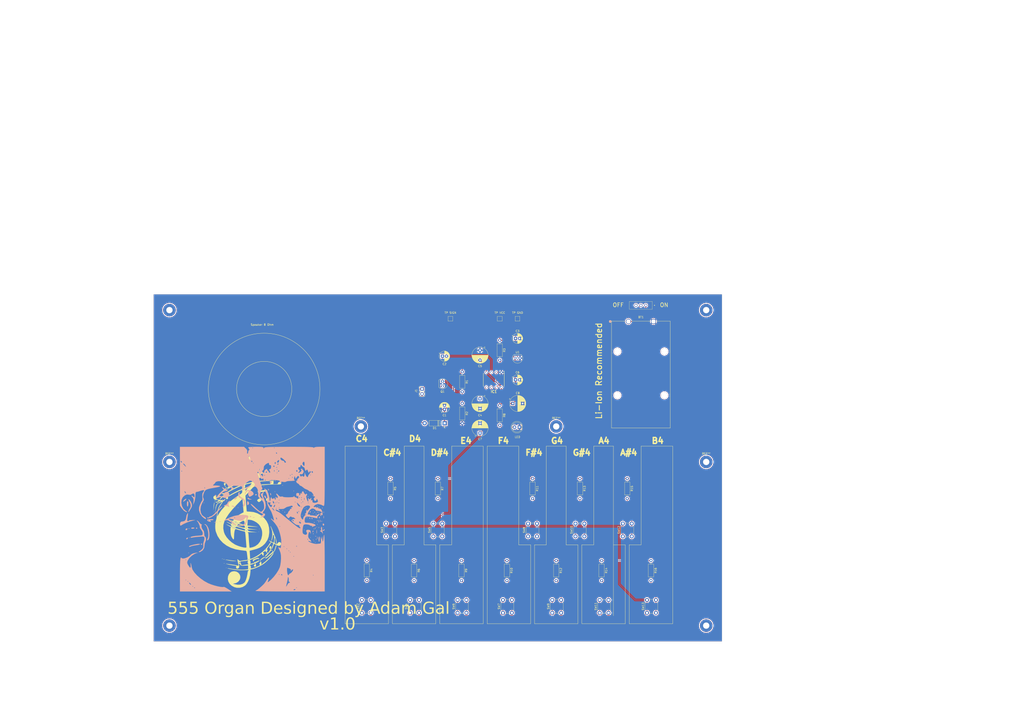
<source format=kicad_pcb>
(kicad_pcb (version 20221018) (generator pcbnew)
  (title_block (title "555 Organ") (date "2023-06-24") (rev "v1.0") (company "Adam Gal"))
  (layers (0 "F.Cu" signal) (31 "B.Cu" signal) (36 "B.SilkS" user "B.Silkscreen") (37 "F.SilkS" user "F.Silkscreen") (38 "B.Mask" user) (39 "F.Mask" user) (44 "Edge.Cuts" user))
  (net 0 "")
  (net 1 "GND")
  (net 2 "/VCC_5V")
  (net 3 "Net-(Q1-B)")
  (net 4 "/Timer_Sign_Out")
  (net 5 "Net-(IC1-CONT)")
  (net 6 "Net-(D1-A)")
  (net 7 "Net-(D2-A)")
  (net 8 "Net-(IC1-DISCH)")
  (net 9 "Net-(R4-Pad2)")
  (net 10 "Net-(R5-Pad2)")
  (net 11 "Net-(R6-Pad2)")
  (net 12 "Net-(R7-Pad2)")
  (net 13 "Net-(R9-Pad2)")
  (net 14 "Net-(R10-Pad2)")
  (net 15 "Net-(R11-Pad2)")
  (net 16 "Net-(R12-Pad2)")
  (net 17 "Net-(R13-Pad2)")
  (net 18 "Net-(R14-Pad2)")
  (net 19 "Net-(R15-Pad2)")
  (net 20 "Net-(R16-Pad2)")
  (net 22 "Net-(IC1-THRES)")
  (net 23 "/V_Batt")
  (net 24 "Net-(U1-VI)")
  (footprint "Resistor_THT:R_Axial_DIN0207_L6.3mm_D2.5mm_P10.16mm_Horizontal" (layer "F.Cu") (at 348 257.42 -90)
    (fp_text reference "R13" (at 5.08 -2.37 90) (layer "F.SilkS"))
    (fp_text value "16.5K")
    (pad "1" thru_hole circle (at 0 0 270) (size 1.6 1.6) (drill 0.8) (layers "*.Cu" "*.Mask") (net 8 "Net-(IC1-DISCH)"))
    (pad "2" thru_hole oval (at 10.16 0 270) (size 1.6 1.6) (drill 0.8) (layers "*.Cu" "*.Mask") (net 17 "Net-(R13-Pad2)"))
  )
  (footprint "MountingHole:MountingHole_3.2mm_M3_Pad" (layer "F.Cu") (at 336 231)
    (fp_text reference "REF**" (at 0 -4.2) (layer "F.SilkS"))
    (fp_text value "MountingHole_3.2mm_M3_Pad")
    (pad "1" thru_hole circle (at 0 0) (size 6.4 6.4) (drill 3.2) (layers "*.Cu" "*.Mask"))
  )
  (footprint "Resistor_THT:R_Axial_DIN0207_L6.3mm_D2.5mm_P10.16mm_Horizontal" (layer "F.Cu") (at 288.3792 203.2741 -90)
    (fp_text reference "R1" (at 5.08 -2.37 90) (layer "F.SilkS"))
    (fp_text value "10K" hide)
    (pad "1" thru_hole circle (at 0 0 270) (size 1.6 1.6) (drill 0.8) (layers "*.Cu" "*.Mask") (net 2 "/VCC_5V"))
    (pad "2" thru_hole oval (at 10.16 0 270) (size 1.6 1.6) (drill 0.8) (layers "*.Cu" "*.Mask") (net 3 "Net-(Q1-B)"))
  )
  (footprint "MountingHole:MountingHole_3.2mm_M3_Pad" (layer "F.Cu") (at 412 332)
    (fp_text reference "REF**" hide)
    (fp_text value "MountingHole_3.2mm_M3_Pad" hide)
    (pad "1" thru_hole circle (at 0 0) (size 6.4 6.4) (drill 3.2) (layers "*.Cu" "*.Mask"))
  )
  (footprint "Resistor_THT:R_Axial_DIN0207_L6.3mm_D2.5mm_P10.16mm_Horizontal" (layer "F.Cu") (at 307.3792 220.2741 -90)
    (fp_text reference "R8" (at 5.08 -2.37 90) (layer "F.SilkS"))
    (fp_text value "330" hide)
    (pad "1" thru_hole circle (at 0 0 270) (size 1.6 1.6) (drill 0.8) (layers "*.Cu" "*.Mask") (net 2 "/VCC_5V"))
    (pad "2" thru_hole oval (at 10.16 0 270) (size 1.6 1.6) (drill 0.8) (layers "*.Cu" "*.Mask") (net 7 "Net-(D2-A)"))
  )
  (footprint "MountingHole:MountingHole_3.2mm_M3_Pad" (layer "F.Cu") (at 237 231)
    (fp_text reference "REF**" (at 0 -4.2) (layer "F.SilkS"))
    (fp_text value "MountingHole_3.2mm_M3_Pad")
    (pad "1" thru_hole circle (at 0 0) (size 6.4 6.4) (drill 3.2) (layers "*.Cu" "*.Mask"))
  )
  (footprint "Button_Switch_THT:SW_PUSH_6mm" (layer "F.Cu") (at 273.75 286.75 90)
    (fp_text reference "SW5" (at 3.25 -2 90) (layer "F.SilkS"))
    (fp_text value "SW_Push")
    (pad "1" thru_hole circle (at 0 0 180) (size 2 2) (drill 1.1) (layers "*.Cu" "*.Mask") (net 22 "Net-(IC1-THRES)"))
    (pad "1" thru_hole circle (at 6.5 0 180) (size 2 2) (drill 1.1) (layers "*.Cu" "*.Mask") (net 22 "Net-(IC1-THRES)"))
    (pad "2" thru_hole circle (at 0 4.5 180) (size 2 2) (drill 1.1) (layers "*.Cu" "*.Mask") (net 12 "Net-(R7-Pad2)"))
    (pad "2" thru_hole circle (at 6.5 4.5 180) (size 2 2) (drill 1.1) (layers "*.Cu" "*.Mask") (net 12 "Net-(R7-Pad2)"))
  )
  (footprint "Resistor_THT:R_Axial_DIN0207_L6.3mm_D2.5mm_P10.16mm_Horizontal" (layer "F.Cu") (at 311 299 -90)
    (fp_text reference "R10" (at 5.08 -2.37 90) (layer "F.SilkS"))
    (fp_text value "20K")
    (pad "1" thru_hole circle (at 0 0 270) (size 1.6 1.6) (drill 0.8) (layers "*.Cu" "*.Mask") (net 8 "Net-(IC1-DISCH)"))
    (pad "2" thru_hole oval (at 10.16 0 270) (size 1.6 1.6) (drill 0.8) (layers "*.Cu" "*.Mask") (net 14 "Net-(R10-Pad2)"))
  )
  (footprint "Capacitor_THT:CP_Radial_D8.0mm_P5.00mm" (layer "F.Cu") (at 297.3792 234.3541 90)
    (fp_text reference "C7" (at -3 0 180) (layer "F.SilkS"))
    (fp_text value "0.01uF" hide)
    (pad "1" thru_hole rect (at 0 0 90) (size 1.6 1.6) (drill 0.8) (layers "*.Cu" "*.Mask") (net 22 "Net-(IC1-THRES)"))
    (pad "2" thru_hole circle (at 5 0 90) (size 1.6 1.6) (drill 0.8) (layers "*.Cu" "*.Mask") (net 1 "GND"))
  )
  (footprint "Package_TO_SOT_THT:TO-92_Inline" (layer "F.Cu") (at 278.3792 208.0841 -90)
    (fp_text reference "Q1" (at 5.27 0) (layer "F.SilkS"))
    (fp_text value "2N3904 / 2N2222A" hide)
    (pad "1" thru_hole rect (at 0 0 270) (size 1.05 1.5) (drill 0.75) (layers "*.Cu" "*.Mask") (net 3 "Net-(Q1-B)"))
    (pad "2" thru_hole oval (at 1.27 0 270) (size 1.05 1.5) (drill 0.75) (layers "*.Cu" "*.Mask") (net 1 "GND"))
    (pad "3" thru_hole oval (at 2.54 0 270) (size 1.05 1.5) (drill 0.75) (layers "*.Cu" "*.Mask") (net 6 "Net-(D1-A)"))
  )
  (footprint "MountingHole:MountingHole_3.2mm_M3_Pad" (layer "F.Cu") (at 412 249)
    (fp_text reference "REF**" (at 0 -4.2) (layer "F.SilkS"))
    (fp_text value "MountingHole_3.2mm_M3_Pad")
    (pad "1" thru_hole circle (at 0 0) (size 6.4 6.4) (drill 3.2) (layers "*.Cu" "*.Mask"))
  )
  (footprint "Button_Switch_THT:SW_PUSH_6mm" (layer "F.Cu") (at 237.5 325.5 90)
    (fp_text reference "SW2" (at 3.25 -2 90) (layer "F.SilkS"))
    (fp_text value "SW_Push")
    (pad "1" thru_hole circle (at 0 0 180) (size 2 2) (drill 1.1) (layers "*.Cu" "*.Mask") (net 22 "Net-(IC1-THRES)"))
    (pad "1" thru_hole circle (at 6.5 0 180) (size 2 2) (drill 1.1) (layers "*.Cu" "*.Mask") (net 22 "Net-(IC1-THRES)"))
    (pad "2" thru_hole circle (at 0 4.5 180) (size 2 2) (drill 1.1) (layers "*.Cu" "*.Mask") (net 9 "Net-(R4-Pad2)"))
    (pad "2" thru_hole circle (at 6.5 4.5 180) (size 2 2) (drill 1.1) (layers "*.Cu" "*.Mask") (net 9 "Net-(R4-Pad2)"))
  )
  (footprint "Capacitor_THT:CP_Radial_D8.0mm_P5.00mm" (layer "F.Cu") (at 297.3792 192.3541 -90)
    (fp_text reference "C5" (at 8 0) (layer "F.SilkS"))
    (fp_text value "0.01uF" hide)
    (pad "1" thru_hole rect (at 0 0 270) (size 1.6 1.6) (drill 0.8) (layers "*.Cu" "*.Mask") (net 1 "GND"))
    (pad "2" thru_hole circle (at 5 0 270) (size 1.6 1.6) (drill 0.8) (layers "*.Cu" "*.Mask") (net 2 "/VCC_5V"))
  )
  (footprint "Capacitor_THT:CP_Radial_D8.0mm_P5.00mm" (layer "F.Cu") (at 313.976549 219.3541)
    (fp_text reference "C8" (at 2.5 -5.25) (layer "F.SilkS"))
    (fp_text value "0.01uF" hide)
    (pad "1" thru_hole rect (at 0 0) (size 1.6 1.6) (drill 0.8) (layers "*.Cu" "*.Mask") (net 2 "/VCC_5V"))
    (pad "2" thru_hole circle (at 5 0) (size 1.6 1.6) (drill 0.8) (layers "*.Cu" "*.Mask") (net 1 "GND"))
  )
  (footprint "Resistor_THT:R_Axial_DIN0207_L6.3mm_D2.5mm_P10.16mm_Horizontal" (layer "F.Cu") (at 288.3792 219.2741 -90)
    (fp_text reference "R2" (at 5.08 -2.37 90) (layer "F.SilkS"))
    (fp_text value "1K" hide)
    (pad "1" thru_hole circle (at 0 0 270) (size 1.6 1.6) (drill 0.8) (layers "*.Cu" "*.Mask") (net 3 "Net-(Q1-B)"))
    (pad "2" thru_hole oval (at 10.16 0 270) (size 1.6 1.6) (drill 0.8) (layers "*.Cu" "*.Mask") (net 1 "GND"))
  )
  (footprint "Button_Switch_THT:SW_PUSH_6mm" (layer "F.Cu") (at 286 325.5 90)
    (fp_text reference "SW6" (at 3.25 -2 90) (layer "F.SilkS"))
    (fp_text value "SW_Push")
    (pad "1" thru_hole circle (at 0 0 180) (size 2 2) (drill 1.1) (layers "*.Cu" "*.Mask") (net 22 "Net-(IC1-THRES)"))
    (pad "1" thru_hole circle (at 6.5 0 180) (size 2 2) (drill 1.1) (layers "*.Cu" "*.Mask") (net 22 "Net-(IC1-THRES)"))
    (pad "2" thru_hole circle (at 0 4.5 180) (size 2 2) (drill 1.1) (layers "*.Cu" "*.Mask") (net 13 "Net-(R9-Pad2)"))
    (pad "2" thru_hole circle (at 6.5 4.5 180) (size 2 2) (drill 1.1) (layers "*.Cu" "*.Mask") (net 13 "Net-(R9-Pad2)"))
  )
  (footprint "Diode_THT:D_DO-41_SOD81_P10.16mm_Horizontal" (layer "F.Cu") (at 279.4592 229.3541 180)
    (fp_text reference "D1" (at 5.08 -2.47) (layer "F.SilkS"))
    (fp_text value "D" hide)
    (fp_text user "K" (at 0 -2.1) (layer "F.SilkS"))
    (pad "1" thru_hole rect (at 0 0 180) (size 2.2 2.2) (drill 1.1) (layers "*.Cu" "*.Mask") (net 2 "/VCC_5V"))
    (pad "2" thru_hole oval (at 10.16 0 180) (size 2.2 2.2) (drill 1.1) (layers "*.Cu" "*.Mask") (net 6 "Net-(D1-A)"))
  )
  (footprint "Capacitor_THT:CP_Radial_D8.0mm_P5.00mm" (layer "F.Cu") (at 297.3792 216.951449 -90)
    (fp_text reference "C4" (at 8.402651 0) (layer "F.SilkS"))
    (fp_text value "0.01uF" hide)
    (pad "1" thru_hole rect (at 0 0 270) (size 1.6 1.6) (drill 0.8) (layers "*.Cu" "*.Mask") (net 5 "Net-(IC1-CONT)"))
    (pad "2" thru_hole circle (at 5 0 270) (size 1.6 1.6) (drill 0.8) (layers "*.Cu" "*.Mask") (net 1 "GND"))
  )
  (footprint "MountingHole:MountingHole_3.2mm_M3_Pad" (layer "F.Cu") (at 140 249)
    (fp_text reference "REF**" (at 0 -4.2) (layer "F.SilkS"))
    (fp_text value "MountingHole_3.2mm_M3_Pad")
    (pad "1" thru_hole circle (at 0 0) (size 6.4 6.4) (drill 3.2) (layers "*.Cu" "*.Mask"))
  )
  (footprint "MountingHole:MountingHole_3.2mm_M3_Pad" (layer "F.Cu") (at 140 332)
    (fp_text reference "REF**" hide)
    (fp_text value "MountingHole_3.2mm_M3_Pad" hide)
    (pad "1" thru_hole circle (at 0 0) (size 6.4 6.4) (drill 3.2) (layers "*.Cu" "*.Mask"))
  )
  (footprint "TestPoint:TestPoint_Pad_2.0x2.0mm" (layer "F.Cu") (at 316.3792 176.3541)
    (fp_text reference "TP2" hide)
    (fp_text value "~" hide)
    (fp_text user "TP GND" (at 0 -3 unlocked) (layer "F.SilkS"))
    (pad "1" smd rect (at 0 0) (size 2 2) (layers "F.Cu" "F.Mask") (net 1 "GND"))
  )
  (footprint "CustomLib:TLC551CP" (layer "F.Cu") (at 304.3792 207.3541 -90)
    (fp_text reference "IC1" (at 6 0 -180) (layer "F.SilkS") (effects (font (size 1.27 1.27) (thickness 0.254))))
    (fp_text value "TLC551CP" hide)
    (pad "1" thru_hole rect (at -3.81 -3.81 270) (size 1.13 1.13) (drill 0.73) (layers "*.Cu" "*.Mask") (net 1 "GND"))
    (pad "2" thru_hole circle (at -3.81 -1.27 270) (size 1.13 1.13) (drill 0.73) (layers "*.Cu" "*.Mask") (net 22 "Net-(IC1-THRES)"))
    (pad "3" thru_hole circle (at -3.81 1.27 270) (size 1.13 1.13) (drill 0.73) (layers "*.Cu" "*.Mask") (net 4 "/Timer_Sign_Out"))
    (pad "4" thru_hole circle (at -3.81 3.81 270) (size 1.13 1.13) (drill 0.73) (layers "*.Cu" "*.Mask") (net 2 "/VCC_5V"))
    (pad "5" thru_hole circle (at 3.81 3.81 270) (size 1.13 1.13) (drill 0.73) (layers "*.Cu" "*.Mask") (net 5 "Net-(IC1-CONT)"))
    (pad "6" thru_hole circle (at 3.81 1.27 270) (size 1.13 1.13) (drill 0.73) (layers "*.Cu" "*.Mask") (net 22 "Net-(IC1-THRES)"))
    (pad "7" thru_hole circle (at 3.81 -1.27 270) (size 1.13 1.13) (drill 0.73) (layers "*.Cu" "*.Mask") (net 8 "Net-(IC1-DISCH)"))
    (pad "8" thru_hole circle (at 3.81 -3.81 270) (size 1.13 1.13) (drill 0.73) (layers "*.Cu" "*.Mask") (net 2 "/VCC_5V"))
  )
  (footprint "LOGO" (layer "F.Cu") (at 181 279)
    (fp_text reference "G***" hide)
    (fp_text value "LOGO" hide)
  )
  (footprint "Resistor_THT:R_Axial_DIN0207_L6.3mm_D2.5mm_P10.16mm_Horizontal" (layer "F.Cu") (at 288 299 -90)
    (fp_text reference "R9" (at 5.08 -2.37 90) (layer "F.SilkS"))
    (fp_text value "21K")
    (pad "1" thru_hole circle (at 0 0 270) (size 1.6 1.6) (drill 0.8) (layers "*.Cu" "*.Mask") (net 8 "Net-(IC1-DISCH)"))
    (pad "2" thru_hole oval (at 10.16 0 270) (size 1.6 1.6) (drill 0.8) (layers "*.Cu" "*.Mask") (net 13 "Net-(R9-Pad2)"))
  )
  (footprint "Capacitor_THT:CP_Radial_D5.0mm_P2.00mm" (layer "F.Cu") (at 315.3792 207.3541)
    (fp_text reference "C6" (at 1 -3.75) (layer "F.SilkS"))
    (fp_text value "10uF" hide)
    (pad "1" thru_hole rect (at 0 0) (size 1.6 1.6) (drill 0.8) (layers "*.Cu" "*.Mask") (net 2 "/VCC_5V"))
    (pad "2" thru_hole circle (at 2 0) (size 1.6 1.6) (drill 0.8) (layers "*.Cu" "*.Mask") (net 1 "GND"))
  )
  (footprint "TestPoint:TestPoint_Pad_2.0x2.0mm" (layer "F.Cu") (at 307.3792 176.3541)
    (fp_text reference "TP3" hide)
    (fp_text value "~" hide)
    (fp_text user "TP VCC" (at 0 -3 unlocked) (layer "F.SilkS"))
    (pad "1" smd rect (at 0 0) (size 2 2) (layers "F.Cu" "F.Mask") (net 2 "/VCC_5V"))
  )
  (footprint "Package_TO_SOT_THT:TO-92_Inline" (layer "F.Cu") (at 317.6492 196.3541 180)
    (fp_text reference "U1" (at 1.27 3) (layer "F.SilkS"))
    (fp_text value "MCP1702-5002E/TO" hide)
    (pad "1" thru_hole rect (at 0 0 180) (size 1.05 1.5) (drill 0.75) (layers "*.Cu" "*.Mask") (net 1 "GND"))
    (pad "2" thru_hole oval (at 1.27 0 180) (size 1.05 1.5) (drill 0.75) (layers "*.Cu" "*.Mask") (net 24 "Net-(U1-VI)"))
    (pad "3" thru_hole oval (at 2.54 0 180) (size 1.05 1.5) (drill 0.75) (layers "*.Cu" "*.Mask") (net 2 "/VCC_5V"))
  )
  (footprint "Button_Switch_THT:SW_PUSH_6mm" (layer "F.Cu") (at 321.75 286.75 90)
    (fp_text reference "SW8" (at 3.25 -2 90) (layer "F.SilkS"))
    (fp_text value "SW_Push")
    (pad "1" thru_hole circle (at 0 0 180) (size 2 2) (drill 1.1) (layers "*.Cu" "*.Mask") (net 22 "Net-(IC1-THRES)"))
    (pad "1" thru_hole circle (at 6.5 0 180) (size 2 2) (drill 1.1) (layers "*.Cu" "*.Mask") (net 22 "Net-(IC1-THRES)"))
    (pad "2" thru_hole circle (at 0 4.5 180) (size 2 2) (drill 1.1) (layers "*.Cu" "*.Mask") (net 15 "Net-(R11-Pad2)"))
    (pad "2" thru_hole circle (at 6.5 4.5 180) (size 2 2) (drill 1.1) (layers "*.Cu" "*.Mask") (net 15 "Net-(R11-Pad2)"))
  )
  (footprint "Button_Switch_THT:SW_PUSH_6mm" (layer "F.Cu") (at 249.75 286.75 90)
    (fp_text reference "SW3" (at 3.25 -2 90) (layer "F.SilkS"))
    (fp_text value "SW_Push")
    (pad "1" thru_hole circle (at 0 0 180) (size 2 2) (drill 1.1) (layers "*.Cu" "*.Mask") (net 22 "Net-(IC1-THRES)"))
    (pad "1" thru_hole circle (at 6.5 0 180) (size 2 2) (drill 1.1) (layers "*.Cu" "*.Mask") (net 22 "Net-(IC1-THRES)"))
    (pad "2" thru_hole circle (at 0 4.5 180) (size 2 2) (drill 1.1) (layers "*.Cu" "*.Mask") (net 10 "Net-(R5-Pad2)"))
    (pad "2" thru_hole circle (at 6.5 4.5 180) (size 2 2) (drill 1.1) (layers "*.Cu" "*.Mask") (net 10 "Net-(R5-Pad2)"))
  )
  (footprint "Resistor_THT:R_Axial_DIN0207_L6.3mm_D2.5mm_P10.16mm_Horizontal" (layer "F.Cu") (at 252 257.42 -90)
    (fp_text reference "R5" (at 5.08 -2.37 90) (layer "F.SilkS"))
    (fp_text value "25.5K")
    (pad "1" thru_hole circle (at 0 0 270) (size 1.6 1.6) (drill 0.8) (layers "*.Cu" "*.Mask") (net 8 "Net-(IC1-DISCH)"))
    (pad "2" thru_hole oval (at 10.16 0 270) (size 1.6 1.6) (drill 0.8) (layers "*.Cu" "*.Mask") (net 10 "Net-(R5-Pad2)"))
  )
  (footprint "MountingHole:MountingHole_3.2mm_M3_Pad" (layer "F.Cu") (at 140 172)
    (fp_text reference "REF**" hide)
    (fp_text value "MountingHole_3.2mm_M3_Pad" hide)
    (pad "1" thru_hole circle (at 0 0) (size 6.4 6.4) (drill 3.2) (layers "*.Cu" "*.Mask"))
  )
  (footprint "Resistor_THT:R_Axial_DIN0207_L6.3mm_D2.5mm_P10.16mm_Horizontal" (layer "F.Cu") (at 264 299 -90)
    (fp_text reference "R6" (at 5.08 -2.37 90) (layer "F.SilkS"))
    (fp_text value "24K")
    (pad "1" thru_hole circle (at 0 0 270) (size 1.6 1.6) (drill 0.8) (layers "*.Cu" "*.Mask") (net 8 "Net-(IC1-DISCH)"))
    (pad "2" thru_hole oval (at 10.16 0 270) (size 1.6 1.6) (drill 0.8) (layers "*.Cu" "*.Mask") (net 11 "Net-(R6-Pad2)"))
  )
  (footprint "Resistor_THT:R_Axial_DIN0207_L6.3mm_D2.5mm_P10.16mm_Horizontal" (layer "F.Cu") (at 336 299 -90)
    (fp_text reference "R12" (at 5.08 -2.37 90) (layer "F.SilkS"))
    (fp_text value "17.8K")
    (pad "1" thru_hole circle (at 0 0 270) (size 1.6 1.6) (drill 0.8) (layers "*.Cu" "*.Mask") (net 8 "Net-(IC1-DISCH)"))
    (pad "2" thru_hole oval (at 10.16 0 270) (size 1.6 1.6) (drill 0.8) (layers "*.Cu" "*.Mask") (net 16 "Net-(R12-Pad2)"))
  )
  (footprint "LED_THT:LED_D5.0mm" (layer "F.Cu") (at 317.3792 231.3541 180)
    (fp_text reference "D2" hide)
    (fp_text value "LED" hide)
    (fp_text user "LED" (at 1 -5 unlocked) (layer "F.SilkS"))
    (pad "1" thru_hole rect (at 0 0 180) (size 1.8 1.8) (drill 0.9) (layers "*.Cu" "*.Mask") (net 1 "GND"))
    (pad "2" thru_hole circle (at 2.54 0 180) (size 1.8 1.8) (drill 0.9) (layers "*.Cu" "*.Mask") (net 7 "Net-(D2-A)"))
  )
  (footprint "Resistor_THT:R_Axial_DIN0207_L6.3mm_D2.5mm_P10.16mm_Horizontal" (layer "F.Cu") (at 372 257.42 -90)
    (fp_text reference "R15" (at 5.08 -2.37 90) (layer "F.SilkS"))
    (fp_text value "15K")
    (pad "1" thru_hole circle (at 0 0 270) (size 1.6 1.6) (drill 0.8) (layers "*.Cu" "*.Mask") (net 8 "Net-(IC1-DISCH)"))
    (pad "2" thru_hole oval (at 10.16 0 270) (size 1.6 1.6) (drill 0.8) (layers "*.Cu" "*.Mask") (net 19 "Net-(R15-Pad2)"))
  )
  (footprint "MountingHole:MountingHole_3.2mm_M3_Pad" (layer "F.Cu") (at 412 172)
    (fp_text reference "REF**" hide)
    (fp_text value "MountingHole_3.2mm_M3_Pad" hide)
    (pad "1" thru_hole circle (at 0 0) (size 6.4 6.4) (drill 3.2) (layers "*.Cu" "*.Mask"))
  )
  (footprint "CustomLib:KeyStone_1294_Battery_Holder" (layer "F.Cu") (at 372.5626 177.76)
    (fp_text reference "BT1" (at 6.35 -2.1809 unlocked) (layer "F.SilkS"))
    (fp_text value "Battery_Cell" hide)
    (pad "1" thru_hole circle (at 0 0) (size 2.5654 2.5654) (drill 2.0574) (layers "*.Cu" "*.Mask") (net 23 "/V_Batt"))
    (pad "2" thru_hole circle (at 12.7 0) (size 2.5654 2.5654) (drill 2.0574) (layers "*.Cu" "*.Mask") (net 1 "GND"))
    (pad "3" thru_hole circle (at -5.5626 15.24 90) (size 3.302 3.302) (drill 3.302) (layers "*.Cu" "*.Mask"))
    (pad "4" thru_hole circle (at 18.2626 15.24 90) (size 3.302 3.302) (drill 3.302) (layers "*.Cu" "*.Mask"))
    (pad "5" thru_hole circle (at -5.5626 37.465 90) (size 3.302 3.302) (drill 3.302) (layers "*.Cu" "*.Mask"))
    (pad "6" thru_hole circle (at 18.2626 37.465 90) (size 3.302 3.302) (drill 3.302) (layers "*.Cu" "*.Mask"))
  )
  (footprint "Button_Switch_THT:SW_PUSH_6mm" (layer "F.Cu") (at 262 325.5 90)
    (fp_text reference "SW4" (at 3.25 -2 90) (layer "F.SilkS"))
    (fp_text value "SW_Push")
    (pad "1" thru_hole circle (at 0 0 180) (size 2 2) (drill 1.1) (layers "*.Cu" "*.Mask") (net 22 "Net-(IC1-THRES)"))
    (pad "1" thru_hole circle (at 6.5 0 180) (size 2 2) (drill 1.1) (layers "*.Cu" "*.Mask") (net 22 "Net-(IC1-THRES)"))
    (pad "2" thru_hole circle (at 0 4.5 180) (size 2 2) (drill 1.1) (layers "*.Cu" "*.Mask") (net 11 "Net-(R6-Pad2)"))
    (pad "2" thru_hole circle (at 6.5 4.5 180) (size 2 2) (drill 1.1) (layers "*.Cu" "*.Mask") (net 11 "Net-(R6-Pad2)"))
  )
  (footprint "Button_Switch_THT:SW_PUSH_6mm" (layer "F.Cu") (at 345.75 286.75 90)
    (fp_text reference "SW10" (at 3.25 -2 90) (layer "F.SilkS"))
    (fp_text value "SW_Push")
    (pad "1" thru_hole circle (at 0 0 180) (size 2 2) (drill 1.1) (layers "*.Cu" "*.Mask") (net 22 "Net-(IC1-THRES)"))
    (pad "1" thru_hole circle (at 6.5 0 180) (size 2 2) (drill 1.1) (layers "*.Cu" "*.Mask") (net 22 "Net-(IC1-THRES)"))
    (pad "2" thru_hole circle (at 0 4.5 180) (size 2 2) (drill 1.1) (layers "*.Cu" "*.Mask") (net 17 "Net-(R13-Pad2)"))
    (pad "2" thru_hole circle (at 6.5 4.5 180) (size 2 2) (drill 1.1) (layers "*.Cu" "*.Mask") (net 17 "Net-(R13-Pad2)"))
  )
  (footprint "Button_Switch_THT:SW_PUSH_6mm" (layer "F.Cu") (at 358 325.5 90)
    (fp_text reference "SW11" (at 3.25 -2 90) (layer "F.SilkS"))
    (fp_text value "SW_Push")
    (pad "1" thru_hole circle (at 0 0 180) (size 2 2) (drill 1.1) (layers "*.Cu" "*.Mask") (net 22 "Net-(IC1-THRES)"))
    (pad "1" thru_hole circle (at 6.5 0 180) (size 2 2) (drill 1.1) (layers "*.Cu" "*.Mask") (net 22 "Net-(IC1-THRES)"))
    (pad "2" thru_hole circle (at 0 4.5 180) (size 2 2) (drill 1.1) (layers "*.Cu" "*.Mask") (net 18 "Net-(R14-Pad2)"))
    (pad "2" thru_hole circle (at 6.5 4.5 180) (size 2 2) (drill 1.1) (layers "*.Cu" "*.Mask") (net 18 "Net-(R14-Pad2)"))
  )
  (footprint "Button_Switch_THT:SW_PUSH_6mm" (layer "F.Cu") (at 309 325.5 90)
    (fp_text reference "SW7" (at 3.25 -2 90) (layer "F.SilkS"))
    (fp_text value "SW_Push")
    (pad "1" thru_hole circle (at 0 0 180) (size 2 2) (drill 1.1) (layers "*.Cu" "*.Mask") (net 22 "Net-(IC1-THRES)"))
    (pad "1" thru_hole circle (at 6.5 0 180) (size 2 2) (drill 1.1) (layers "*.Cu" "*.Mask") (net 22 "Net-(IC1-THRES)"))
    (pad "2" thru_hole circle (at 0 4.5 180) (size 2 2) (drill 1.1) (layers "*.Cu" "*.Mask") (net 14 "Net-(R10-Pad2)"))
    (pad "2" thru_hole circle (at 6.5 4.5 180) (size 2 2) (drill 1.1) (layers "*.Cu" "*.Mask") (net 14 "Net-(R10-Pad2)"))
  )
  (footprint "Button_Switch_THT:SW_PUSH_6mm" (layer "F.Cu") (at 382 325.5 90)
    (fp_text reference "SW13" (at 3.25 -2 90) (layer "F.SilkS"))
    (fp_text value "SW_Push")
    (pad "1" thru_hole circle (at 0 0 180) (size 2 2) (drill 1.1) (layers "*.Cu" "*.Mask") (net 22 "Net-(IC1-THRES)"))
    (pad "1" thru_hole circle (at 6.5 0 180) (size 2 2) (drill 1.1) (layers "*.Cu" "*.Mask") (net 22 "Net-(IC1-THRES)"))
    (pad "2" thru_hole circle (at 0 4.5 180) (size 2 2) (drill 1.1) (layers "*.Cu" "*.Mask") (net 20 "Net-(R16-Pad2)"))
    (pad "2" thru_hole circle (at 6.5 4.5 180) (size 2 2) (drill 1.1) (layers "*.Cu" "*.Mask") (net 20 "Net-(R16-Pad2)"))
  )
  (footprint "Capacitor_THT:CP_Radial_D5.0mm_P2.00mm" (layer "F.Cu") (at 279.3792 222.3541 90)
    (fp_text reference "C1" (at -3 0 180) (layer "F.SilkS"))
    (fp_text value "100-220uF" hide)
    (pad "1" thru_hole rect (at 0 0 90) (size 1.6 1.6) (drill 0.8) (layers "*.Cu" "*.Mask") (net 2 "/VCC_5V"))
    (pad "2" thru_hole circle (at 2 0 90) (size 1.6 1.6) (drill 0.8) (layers "*.Cu" "*.Mask") (net 1 "GND"))
  )
  (footprint "Resistor_THT:R_Axial_DIN0207_L6.3mm_D2.5mm_P10.16mm_Horizontal" (layer "F.Cu") (at 276 257.42 -90)
    (fp_text reference "R7" (at 5.08 -2.37 90) (layer "F.SilkS"))
    (fp_text value "22.1K")
    (pad "1" thru_hole circle (at 0 0 270) (size 1.6 1.6) (drill 0.8) (layers "*.Cu" "*.Mask") (net 8 "Net-(IC1-DISCH)"))
    (pad "2" thru_hole oval (at 10.16 0 270) (size 1.6 1.6) (drill 0.8) (layers "*.Cu" "*.Mask") (net 12 "Net-(R7-Pad2)"))
  )
  (footprint "Capacitor_THT:CP_Radial_D5.0mm_P2.00mm" (layer "F.Cu") (at 315.3792 186.3541)
    (fp_text reference "C3" (at 1 -3.75) (layer "F.SilkS"))
    (fp_text value "22-100uF" hide)
    (pad "1" thru_hole rect (at 0 0) (size 1.6 1.6) (drill 0.8) (layers "*.Cu" "*.Mask") (net 24 "Net-(U1-VI)"))
    (pad "2" thru_hole circle (at 2 0) (size 1.6 1.6) (drill 0.8) (layers "*.Cu" "*.Mask") (net 1 "GND"))
  )
  (footprint "Resistor_THT:R_Axial_DIN0207_L6.3mm_D2.5mm_P10.16mm_Horizontal" (layer "F.Cu") (at 384 299 -90)
    (fp_text reference "R16" (at 5.08 -2.37 90) (layer "F.SilkS"))
    (fp_text value "14K")
    (pad "1" thru_hole circle (at 0 0 270) (size 1.6 1.6) (drill 0.8) (layers "*.Cu" "*.Mask") (net 8 "Net-(IC1-DISCH)"))
    (pad "2" thru_hole oval (at 10.16 0 270) (size 1.6 1.6) (drill 0.8) (layers "*.Cu" "*.Mask") (net 20 "Net-(R16-Pad2)"))
  )
  (footprint "Capacitor_THT:CP_Radial_D5.0mm_P2.00mm" (layer "F.Cu") (at 278.3792 195.3541)
    (fp_text reference "C2" (at 1 4) (layer "F.SilkS"))
    (fp_text value "100nF" hide)
    (pad "1" thru_hole rect (at 0 0) (size 1.6 1.6) (drill 0.8) (layers "*.Cu" "*.Mask") (net 3 "Net-(Q1-B)"))
    (pad "2" thru_hole circle (at 2 0) (size 1.6 1.6) (drill 0.8) (layers "*.Cu" "*.Mask") (net 4 "/Timer_Sign_Out"))
  )
  (footprint "Resistor_THT:R_Axial_DIN0207_L6.3mm_D2.5mm_P10.16mm_Horizontal" (layer "F.Cu") (at 359 299 -90)
    (fp_text reference "R14" (at 5.08 -2.37 90) (layer "F.SilkS"))
    (fp_text value "16K")
    (pad "1" thru_hole circle (at 0 0 270) (size 1.6 1.6) (drill 0.8) (layers "*.Cu" "*.Mask") (net 8 "Net-(IC1-DISCH)"))
    (pad "2" thru_hole oval (at 10.16 0 270) (size 1.6 1.6) (drill 0.8) (layers "*.Cu" "*.Mask") (net 18 "Net-(R14-Pad2)"))
  )
  (footprint "TestPoint:TestPoint_Pad_2.0x2.0mm" (layer "F.Cu") (at 282.3792 176.3541 180)
    (fp_text reference "TP1" hide)
    (fp_text value "~" hide)
    (fp_text user "TP SIGN" (at 0 3 unlocked) (layer "F.SilkS"))
    (pad "1" smd rect (at 0 0 180) (size 2 2) (layers "F.Cu" "F.Mask") (net 4 "/Timer_Sign_Out"))
  )
  (footprint "Button_Switch_THT:SW_PUSH_6mm" (layer "F.Cu") (at 369.75 286.75 90)
    (fp_text reference "SW12" (at 3.25 -2 90) (layer "F.SilkS"))
    (fp_text value "SW_Push")
    (pad "1" thru_hole circle (at 0 0 180) (size 2 2) (drill 1.1) (layers "*.Cu" "*.Mask") (net 22 "Net-(IC1-THRES)"))
    (pad "1" thru_hole circle (at 6.5 0 180) (size 2 2) (drill 1.1) (layers "*.Cu" "*.Mask") (net 22 "Net-(IC1-THRES)"))
    (pad "2" thru_hole circle (at 0 4.5 180) (size 2 2) (drill 1.1) (layers "*.Cu" "*.Mask") (net 19 "Net-(R15-Pad2)"))
    (pad "2" thru_hole circle (at 6.5 4.5 180) (size 2 2) (drill 1.1) (layers "*.Cu" "*.Mask") (net 19 "Net-(R15-Pad2)"))
  )
  (footprint "Resistor_THT:R_Axial_DIN0207_L6.3mm_D2.5mm_P10.16mm_Horizontal" (layer "F.Cu") (at 324 257.42 -90)
    (fp_text reference "R11" (at 5.08 -2.37 90) (layer "F.SilkS"))
    (fp_text value "18.7K")
    (pad "1" thru_hole circle (at 0 0 270) (size 1.6 1.6) (drill 0.8) (layers "*.Cu" "*.Mask") (net 8 "Net-(IC1-DISCH)"))
    (pad "2" thru_hole oval (at 10.16 0 270) (size 1.6 1.6) (drill 0.8) (layers "*.Cu" "*.Mask") (net 15 "Net-(R11-Pad2)"))
  )
  (footprint "CustomLib:EG1218" (layer "F.Cu") (at 381.3792 169.5791 180)
    (fp_text reference "SW1" hide)
    (fp_text value "EG1218" hide)
    (pad "1" thru_hole circle (at 0 0 180) (size 1.5 1.5) (drill 1) (layers "*.Cu" "*.Mask") (net 23 "/V_Batt"))
    (pad "2" thru_hole circle (at 2.5 0 180) (size 1.5 1.5) (drill 1) (layers "*.Cu" "*.Mask") (net 24 "Net-(U1-VI)"))
    (pad "3" thru_hole circle (at 5 0 180) (size 1.5 1.5) (drill 1) (layers "*.Cu" "*.Mask"))
  )
  (footprint "Resistor_THT:R_Axial_DIN0207_L6.3mm_D2.5mm_P10.16mm_Horizontal" (layer "F.Cu") (at 307.3792 187.2741 -90)
    (fp_text reference "R3" (at 5.08 -2.37 90) (layer "F.SilkS"))
    (fp_text value "1.4K" hide)
    (pad "1" thru_hole circle (at 0 0 270) (size 1.6 1.6) (drill 0.8) (layers "*.Cu" "*.Mask") (net 2 "/VCC_5V"))
    (pad "2" thru_hole oval (at 10.16 0 270) (size 1.6 1.6) (drill 0.8) (layers "*.Cu" "*.Mask") (net 8 "Net-(IC1-DISCH)"))
  )
  (footprint "Button_Switch_THT:SW_PUSH_6mm" (layer "F.Cu") (at 334 325.5 90)
    (fp_text reference "SW9" (at 3.25 -2 90) (layer "F.SilkS"))
    (fp_text value "SW_Push")
    (pad "1" thru_hole circle (at 0 0 180) (size 2 2) (drill 1.1) (layers "*.Cu" "*.Mask") (net 22 "Net-(IC1-THRES)"))
    (pad "1" thru_hole circle (at 6.5 0 180) (size 2 2) (drill 1.1) (layers "*.Cu" "*.Mask") (net 22 "Net-(IC1-THRES)"))
    (pad "2" thru_hole circle (at 0 4.5 180) (size 2 2) (drill 1.1) (layers "*.Cu" "*.Mask") (net 16 "Net-(R12-Pad2)"))
    (pad "2" thru_hole circle (at 6.5 4.5 180) (size 2 2) (drill 1.1) (layers "*.Cu" "*.Mask") (net 16 "Net-(R12-Pad2)"))
  )
  (footprint "Resistor_THT:R_Axial_DIN0207_L6.3mm_D2.5mm_P10.16mm_Horizontal" (layer "F.Cu") (at 240 298.92 -90)
    (fp_text reference "R4" (at 5.08 -2.37 90) (layer "F.SilkS"))
    (fp_text value "27K")
    (pad "1" thru_hole circle (at 0 0 270) (size 1.6 1.6) (drill 0.8) (layers "*.Cu" "*.Mask") (net 8 "Net-(IC1-DISCH)"))
    (pad "2" thru_hole oval (at 10.16 0 270) (size 1.6 1.6) (drill 0.8) (layers "*.Cu" "*.Mask") (net 9 "Net-(R4-Pad2)"))
  )
  (footprint "Connector_PinHeader_2.54mm:PinHeader_1x02_P2.54mm_Vertical" (layer "F.Cu") (at 268 212)
    (fp_text reference "J1" (at -3 1 90) (layer "F.SilkS"))
    (fp_text value "Conn_01x02_Pin" hide)
    (pad "1" thru_hole rect (at 0 0) (size 1.7 1.7) (drill 1) (layers "*.Cu" "*.Mask") (net 6 "Net-(D1-A)"))
    (pad "2" thru_hole oval (at 0 2.54) (size 1.7 1.7) (drill 1) (layers "*.Cu" "*.Mask") (net 2 "/VCC_5V"))
  )
  (footprint "LOGO" (layer "B.Cu") (at 182 278 180)
    (fp_text reference "G***" hide)
    (fp_text value "LOGO" hide)
  )
  (gr_line (start 283 241) (end 299 241) (stroke (width 0.15)) (layer "F.SilkS"))
  (gr_line (start 365 291) (end 371 291) (stroke (width 0.15)) (layer "F.SilkS"))
  (gr_line (start 275 331) (end 253 331) (stroke (width 0.15)) (layer "F.SilkS"))
  (gr_line (start 325 291) (end 331 291) (stroke (width 0.15)) (layer "F.SilkS"))
  (gr_line (start 349 331) (end 349 291) (stroke (width 0.15)) (layer "F.SilkS"))
  (gr_line (start 373 331) (end 373 291) (stroke (width 0.15)) (layer "F.SilkS"))
  (gr_line (start 301 331) (end 301 241) (stroke (width 0.15)) (layer "F.SilkS"))
  (gr_line (start 355 241) (end 365 241) (stroke (width 0.15)) (layer "F.SilkS"))
  (gr_line (start 299 241) (end 299 331) (stroke (width 0.15)) (layer "F.SilkS"))
  (gr_line (start 229 241) (end 229 331) (stroke (width 0.15)) (layer "F.SilkS"))
  (gr_line (start 283 291) (end 283 241) (stroke (width 0.15)) (layer "F.SilkS"))
  (gr_circle (center 188 212) (end 202 212) (stroke (width 0.15)) (fill none) (layer "F.SilkS"))
  (gr_line (start 317 291) (end 323 291) (stroke (width 0.15)) (layer "F.SilkS"))
  (gr_line (start 277 331) (end 277 291) (stroke (width 0.15)) (layer "F.SilkS"))
  (gr_line (start 379 241) (end 395 241) (stroke (width 0.15)) (layer "F.SilkS"))
  (gr_line (start 259 291) (end 259 241) (stroke (width 0.15)) (layer "F.SilkS"))
  (gr_line (start 349 291) (end 355 291) (stroke (width 0.15)) (layer "F.SilkS"))
  (gr_line (start 323 291) (end 323 331) (stroke (width 0.15)) (layer "F.SilkS"))
  (gr_line (start 355 291) (end 355 241) (stroke (width 0.15)) (layer "F.SilkS"))
  (gr_line (start 299 331) (end 277 331) (stroke (width 0.15)) (layer "F.SilkS"))
  (gr_line (start 325 331) (end 325 291) (stroke (width 0.15)) (layer "F.SilkS"))
  (gr_line (start 395 241) (end 395 331) (stroke (width 0.15)) (layer "F.SilkS"))
  (gr_line (start 317 241) (end 317 291) (stroke (width 0.15)) (layer "F.SilkS"))
  (gr_circle (center 188 212) (end 216 216) (stroke (width 0.15)) (fill none) (layer "F.SilkS"))
  (gr_line (start 331 291) (end 331 241) (stroke (width 0.15)) (layer "F.SilkS"))
  (gr_line (start 371 331) (end 349 331) (stroke (width 0.15)) (layer "F.SilkS"))
  (gr_line (start 395 331) (end 373 331) (stroke (width 0.15)) (layer "F.SilkS"))
  (gr_line (start 365 241) (end 365 327) (stroke (width 0.15)) (layer "F.SilkS"))
  (gr_line (start 301 241) (end 317 241) (stroke (width 0.15)) (layer "F.SilkS"))
  (gr_line (start 253 331) (end 253 291) (stroke (width 0.15)) (layer "F.SilkS"))
  (gr_line (start 347 331) (end 325 331) (stroke (width 0.15)) (layer "F.SilkS"))
  (gr_line (start 323 331) (end 301 331) (stroke (width 0.15)) (layer "F.SilkS"))
  (gr_line (start 275 291) (end 275 331) (stroke (width 0.15)) (layer "F.SilkS"))
  (gr_line (start 379 291) (end 379 241) (stroke (width 0.15)) (layer "F.SilkS"))
  (gr_line (start 341 291) (end 347 291) (stroke (width 0.15)) (layer "F.SilkS"))
  (gr_line (start 269 291) (end 275 291) (stroke (width 0.15)) (layer "F.SilkS"))
  (gr_line (start 229 331) (end 251 331) (stroke (width 0.15)) (layer "F.SilkS"))
  (gr_line (start 347 291) (end 347 331) (stroke (width 0.15)) (layer "F.SilkS"))
  (gr_line (start 245 291) (end 245 241) (stroke (width 0.15)) (layer "F.SilkS"))
  (gr_line (start 251 331) (end 251 291) (stroke (width 0.15)) (layer "F.SilkS"))
  (gr_line (start 331 241) (end 341 241) (stroke (width 0.15)) (layer "F.SilkS"))
  (gr_line (start 371 291) (end 371 325) (stroke (width 0.15)) (layer "F.SilkS"))
  (gr_line (start 259 241) (end 269 241) (stroke (width 0.15)) (layer "F.SilkS"))
  (gr_line (start 373 291) (end 379 291) (stroke (width 0.15)) (layer "F.SilkS"))
  (gr_line (start 245 241) (end 229 241) (stroke (width 0.15)) (layer "F.SilkS"))
  (gr_line (start 277 291) (end 283 291) (stroke (width 0.15)) (layer "F.SilkS"))
  (gr_line (start 269 241) (end 269 291) (stroke (width 0.15)) (layer "F.SilkS"))
  (gr_line (start 251 291) (end 245 291) (stroke (width 0.15)) (layer "F.SilkS"))
  (gr_line (start 341 241) (end 341 291) (stroke (width 0.15)) (layer "F.SilkS"))
  (gr_line (start 253 291) (end 259 291) (stroke (width 0.15)) (layer "F.SilkS"))
  (gr_line (start 371 325) (end 371 331) (stroke (width 0.15)) (layer "F.SilkS"))
  (gr_rect (start 132 164) (end 420 340) (stroke (width 0.1)) (fill none) (layer "Edge.Cuts"))
  (gr_text "ON" (at 388.3792 170.5791) (layer "F.SilkS") (effects (font (size 2 2) (thickness 0.3)) (justify left bottom)))
  (gr_text "F4" (at 306 240) (layer "F.SilkS") (effects (font (size 3 3) (thickness 0.75) bold) (justify left bottom)))
  (gr_text "A#4" (at 368 246) (layer "F.SilkS") (effects (font (size 3 3) (thickness 0.75) bold) (justify left bottom)))
  (gr_text "v1.0" (at 216 335) (layer "F.SilkS") (effects (font (size 6 6) (thickness 1)) (justify left bottom)))
  (gr_text "F#4" (at 320 246) (layer "F.SilkS") (effects (font (size 3 3) (thickness 0.75) bold) (justify left bottom)))
  (gr_text "C4" (at 234 239) (layer "F.SilkS") (effects (font (size 3 3) (thickness 0.75) bold) (justify left bottom)))
  (gr_text "OFF" (at 370.3792 170.5791) (layer "F.SilkS") (effects (font (size 2 2) (thickness 0.3)) (justify right bottom)))
  (gr_text "Speaker 8 Ohm" (at 187 180) (layer "F.SilkS") (effects (font (size 1 1)) (justify bottom)))
  (gr_text "B4" (at 384 240) (layer "F.SilkS") (effects (font (size 3 3) (thickness 0.75) bold) (justify left bottom)))
  (gr_text "555 Organ Designed by Adam Gal" (at 139 327) (layer "F.SilkS") (effects (font (size 6 6) (thickness 1)) (justify left bottom)))
  (gr_text "G4" (at 333 240) (layer "F.SilkS") (effects (font (size 3 3) (thickness 0.75) bold) (justify left bottom)))
  (gr_text "G#4" (at 344 246) (layer "F.SilkS") (effects (font (size 3 3) (thickness 0.75) bold) (justify left bottom)))
  (gr_text "A4" (at 357 240) (layer "F.SilkS") (effects (font (size 3 3) (thickness 0.75) bold) (justify left bottom)))
  (gr_text "D#4" (at 272 246) (layer "F.SilkS") (effects (font (size 3 3) (thickness 0.75) bold) (justify left bottom)))
  (gr_text "Li-Ion Recommended" (at 359.3792 227.5791 90) (layer "F.SilkS") (effects (font (size 3 3) (thickness 0.5) bold) (justify left bottom)))
  (gr_text "C#4" (at 248 246) (layer "F.SilkS") (effects (font (size 3 3) (thickness 0.75) bold) (justify left bottom)))
  (gr_text "D4" (at 261 239) (layer "F.SilkS") (effects (font (size 3 3) (thickness 0.75) bold) (justify left bottom)))
  (gr_text "E4" (at 287 240) (layer "F.SilkS") (effects (font (size 3 3) (thickness 0.75) bold) (justify left bottom)))
  (segment (start 279.3792 222.3541) (end 279.3792 229.2741) (width 0.4) (layer "F.Cu") (net 2))
  (segment (start 308.2992 219.3541) (end 307.3792 220.2741) (width 0.4) (layer "F.Cu") (net 2))
  (segment (start 315.1092 207.0841) (end 315.3792 207.3541) (width 0.4) (layer "F.Cu") (net 2))
  (segment (start 279.6459 222.3541) (end 279.3792 222.3541) (width 0.4) (layer "F.Cu") (net 2))
  (segment (start 288.3792 203.2741) (end 288.3792 201.6208) (width 0.4) (layer "F.Cu") (net 2))
  (segment (start 284 218) (end 279.6459 222.3541) (width 0.4) (layer "F.Cu") (net 2))
  (segment (start 273.3541 222.3541) (end 279.3792 222.3541) (width 0.4) (layer "F.Cu") (net 2))
  (segment (start 288.3792 203.2741) (end 284 207.6533) (width 0.4) (layer "F.Cu") (net 2))
  (segment (start 268 214.54) (end 268 217) (width 0.4) (layer "F.Cu") (net 2))
  (segment (start 307.3792 187.2741) (end 310.2741 187.2741) (width 0.4) (layer "F.Cu") (net 2))
  (segment (start 307.3792 176.3541) (end 307.3792 187.2741) (width 0.4) (layer "F.Cu") (net 2))
  (segment (start 312 189) (end 312 193.2449) (width 0.4) (layer "F.Cu") (net 2))
  (segment (start 300.5692 200.5441) (end 297.3792 197.3541) (width 0.4) (layer "F.Cu") (net 2))
  (segment (start 312 193.2449) (end 315.1092 196.3541) (width 0.4) (layer "F.Cu") (net 2))
  (segment (start 279.3792 229.2741) (end 279.4592 229.3541) (width 0.4) (layer "F.Cu") (net 2))
  (segment (start 315.1092 196.3541) (end 315.1092 207.0841) (width 0.4) (layer "F.Cu") (net 2))
  (segment (start 268 217) (end 273.3541 222.3541) (width 0.4) (layer "F.Cu") (net 2))
  (segment (start 307.3792 220.2741) (end 307.3792 217.6208) (width 0.4) (layer "F.Cu") (net 2))
  (segment (start 313.976549 219.3541) (end 308.2992 219.3541) (width 0.4) (layer "F.Cu") (net 2))
  (segment (start 284 207.6533) (end 284 218) (width 0.4) (layer "F.Cu") (net 2))
  (segment (start 315.3792 207.3541) (end 315.3792 217.951449) (width 0.4) (layer "F.Cu") (net 2))
  (segment (start 292.6459 197.3541) (end 297.3792 197.3541) (width 0.4) (layer "F.Cu") (net 2))
  (segment (start 307.3792 217.6208) (end 308.1892 216.8108) (width 0.4) (layer "F.Cu") (net 2))
  (segment (start 308.1892 216.8108) (end 308.1892 211.1641) (width 0.4) (layer "F.Cu") (net 2))
  (segment (start 315.3792 217.951449) (end 313.976549 219.3541) (width 0.4) (layer "F.Cu") (net 2))
  (segment (start 310.2741 187.2741) (end 312 189) (width 0.4) (layer "F.Cu") (net 2))
  (segment (start 288.3792 201.6208) (end 292.6459 197.3541) (width 0.4) (layer "F.Cu") (net 2))
  (segment (start 300.5692 203.5441) (end 300.5692 200.5441) (width 0.4) (layer "F.Cu") (net 2))
  (segment (start 300.5692 203.5441) (end 308.1892 211.1641) (width 0.4) (layer "B.Cu") (net 2))
  (segment (start 288.3792 213.4341) (end 288.3792 219.2741) (width 0.25) (layer "F.Cu") (net 3))
  (segment (start 278.3792 195.3541) (end 278.3792 208.0841) (width 0.25) (layer "F.Cu") (net 3))
  (segment (start 280.0841 208.0841) (end 285.4341 213.4341) (width 0.25) (layer "B.Cu") (net 3))
  (segment (start 278.3792 208.0841) (end 280.0841 208.0841) (width 0.25) (layer "B.Cu") (net 3))
  (segment (start 285.4341 213.4341) (end 288.3792 213.4341) (width 0.25) (layer "B.Cu") (net 3))
  (segment (start 282.3792 176.3541) (end 282.3792 190.6208) (width 0.25) (layer "F.Cu") (net 4))
  (segment (start 280.3792 192.6208) (end 280.3792 195.3541) (width 0.25) (layer "F.Cu") (net 4))
  (segment (start 282.3792 190.6208) (end 280.3792 192.6208) (width 0.25) (layer "F.Cu") (net 4))
  (segment (start 301 195) (end 303.1092 197.1092) (width 0.25) (layer "B.Cu") (net 4))
  (segment (start 293.991951 195) (end 301 195) (width 0.25) (layer "B.Cu") (net 4))
  (segment (start 293.637851 195.3541) (end 293.991951 195) (width 0.25) (layer "B.Cu") (net 4))
  (segment (start 303.1092 197.1092) (end 303.1092 203.5441) (width 0.25) (layer "B.Cu") (net 4))
  (segment (start 280.3792 195.3541) (end 293.637851 195.3541) (width 0.25) (layer "B.Cu") (net 4))
  (segment (start 297.3792 214.3541) (end 297.3792 216.951449) (width 0.25) (layer "F.Cu") (net 5))
  (segment (start 300.5692 211.1641) (end 297.3792 214.3541) (width 0.25) (layer "F.Cu") (net 5))
  (segment (start 269.2992 229.3541) (end 268.3541 229.3541) (width 0.25) (layer "F.Cu") (net 6))
  (segment (start 263 213) (end 264 212) (width 0.25) (layer "F.Cu") (net 6))
  (segment (start 263 224) (end 263 213) (width 0.25) (layer "F.Cu") (net 6))
  (segment (start 269.3759 210.6241) (end 268 212) (width 0.25) (layer "F.Cu") (net 6))
  (segment (start 278.3792 210.6241) (end 269.3759 210.6241) (width 0.25) (layer "F.Cu") (net 6))
  (segment (start 264 212) (end 268 212) (width 0.25) (layer "F.Cu") (net 6))
  (segment (start 268.3541 229.3541) (end 263 224) (width 0.25) (layer "F.Cu") (net 6))
  (segment (start 308.2992 231.3541) (end 307.3792 230.4341) (width 0.25) (layer "F.Cu") (net 7))
  (segment (start 314.8392 231.3541) (end 308.2992 231.3541) (width 0.25) (layer "F.Cu") (net 7))
  (segment (start 307.4341 197.4341) (end 308 198) (width 0.25) (layer "F.Cu") (net 8))
  (segment (start 336 299) (end 311 299) (width 0.25) (layer "F.Cu") (net 8))
  (segment (start 306.5392 199.4608) (end 306.5392 210.2741) (width 0.25) (layer "F.Cu") (net 8))
  (segment (start 308 198) (end 306.5392 199.4608) (width 0.25) (layer "F.Cu") (net 8))
  (segment (start 305 211.8133) (end 305.6492 211.1641) (width 0.25) (layer "F.Cu") (net 8))
  (segment (start 288 299) (end 264 299) (width 0.25) (layer "F.Cu") (net 8))
  (segment (start 359 299) (end 336 299) (width 0.25) (layer "F.Cu") (net 8))
  (segment (start 324 257.42) (end 348 257.42) (width 0.25) (layer "F.Cu") (net 8))
  (segment (start 240 298.92) (end 240 264) (width 0.25) (layer "F.Cu") (net 8))
  (segment (start 240 264) (end 246.58 257.42) (width 0.25) (layer "F.Cu") (net 8))
  (segment (start 305 238.42) (end 305 211.8133) (width 0.25) (layer "F.Cu") (net 8))
  (segment (start 311 299) (end 288 299) (width 0.25) (layer "F.Cu") (net 8))
  (segment (start 307.3792 197.4341) (end 307.4341 197.4341) (width 0.25) (layer "F.Cu") (net 8))
  (segment (start 246.58 257.42) (end 252 257.42) (width 0.25) (layer "F.Cu") (net 8))
  (segment (start 348 257.42) (end 372 257.42) (width 0.25) (layer "F.Cu") (net 8))
  (segment (start 240.08 299) (end 240 298.92) (width 0.25) (layer "F.Cu") (net 8))
  (segment (start 276 257.42) (end 324 257.42) (width 0.25) (layer "F.Cu") (net 8))
  (segment (start 264 299) (end 240.08 299) (width 0.25) (layer "F.Cu") (net 8))
  (segment (start 306.5392 210.2741) (end 305.6492 211.1641) (width 0.25) (layer "F.Cu") (net 8))
  (segment (start 384 299) (end 359 299) (width 0.25) (layer "F.Cu") (net 8))
  (segment (start 252 257.42) (end 276 257.42) (width 0.25) (layer "F.Cu") (net 8))
  (segment (start 324 257.42) (end 305 238.42) (width 0.25) (layer "F.Cu") (net 8))
  (segment (start 242 311.08) (end 240 309.08) (width 0.25) (layer "F.Cu") (net 9))
  (segment (start 242 319) (end 242 311.08) (width 0.25) (layer "F.Cu") (net 9))
  (segment (start 242 325.5) (end 242 319) (width 0.25) (layer "F.Cu") (net 9))
  (segment (start 252 278) (end 252 267.58) (width 0.25) (layer "F.Cu") (net 10))
  (segment (start 254.25 286.75) (end 254.25 280.25) (width 0.25) (layer "F.Cu") (net 10))
  (segment (start 254.25 280.25) (end 252 278) (width 0.25) (layer "F.Cu") (net 10))
  (segment (start 266.5 325.5) (end 266.5 319) (width 0.25) (layer "F.Cu") (net 11))
  (segment (start 264 316.5) (end 264 309.16) (width 0.25) (layer "F.Cu") (net 11))
  (segment (start 266.5 319) (end 264 316.5) (width 0.25) (layer "F.Cu") (net 11))
  (segment (start 278.25 269.83) (end 276 267.58) (width 0.25) (layer "F.Cu") (net 12))
  (segment (start 278.25 280.25) (end 278.25 269.83) (width 0.25) (layer "F.Cu") (net 12))
  (segment (start 278.25 286.75) (end 278.25 280.25) (width 0.25) (layer "F.Cu") (net 12))
  (segment (start 290.5 311.66) (end 288 309.16) (width 0.25) (layer "F.Cu") (net 13))
  (segment (start 290.5 319) (end 290.5 311.66) (width 0.25) (layer "F.Cu") (net 13))
  (segment (start 290.5 325.5) (end 290.5 319) (width 0.25) (layer "F.Cu") (net 13))
  (segment (start 313.5 319) (end 313.5 311.66) (width 0.25) (layer "F.Cu") (net 14))
  (segment (start 313.5 325.5) (end 313.5 319) (width 0.25) (layer "F.Cu") (net 14))
  (segment (start 313.5 311.66) (end 311 309.16) (width 0.25) (layer "F.Cu") (net 14))
  (segment (start 326.25 286.75) (end 326.25 280.25) (width 0.25) (layer "F.Cu") (net 15))
  (segment (start 326.25 280.25) (end 326.25 269.83) (width 0.25) (layer "F.Cu") (net 15))
  (segment (start 326.25 269.83) (end 324 267.58) (width 0.25) (layer "F.Cu") (net 15))
  (segment (start 338.5 311.66) (end 336 309.16) (width 0.25) (layer "F.Cu") (net 16))
  (segment (start 338.5 325.5) (end 338.5 319) (width 0.25) (layer "F.Cu") (net 16))
  (segment (start 338.5 319) (end 338.5 311.66) (width 0.25) (layer "F.Cu") (net 16))
  (segment (start 348 267.58) (end 348 273) (width 0.25) (layer "F.Cu") (net 17))
  (segment (start 350.25 275.25) (end 350.25 280.25) (width 0.25) (layer "F.Cu") (net 17))
  (segment (start 348 273) (end 350.25 275.25) (width 0.25) (layer "F.Cu") (net 17))
  (segment (start 350.25 280.25) (end 350.25 286.75) (width 0.25) (layer "F.Cu") (net 17))
  (segment (start 362.5 319) (end 362.5 312.66) (width 0.25) (layer "F.Cu") (net 18))
  (segment (start 362.5 312.66) (end 359 309.16) (width 0.25) (layer "F.Cu") (net 18))
  (segment (start 362.5 325.5) (end 362.5 319) (width 0.25) (layer "F.Cu") (net 18))
  (segment (start 374.25 280.25) (end 374.25 286.75) (width 0.25) (layer "F.Cu") (net 19))
  (segment (start 374.25 276.25) (end 372 274) (width 0.25) (layer "F.Cu") (net 19))
  (segment (start 374.25 280.25) (end 374.25 276.25) (width 0.25) (layer "F.Cu") (net 19))
  (segment (start 372 274) (end 372 267.58) (width 0.25) (layer "F.Cu") (net 19))
  (segment (start 386.5 319) (end 386.5 325.5) (width 0.25) (layer "F.Cu") (net 20))
  (segment (start 386.5 314.5) (end 384 312) (width 0.25) (layer "F.Cu") (net 20))
  (segment (start 386.5 319) (end 386.5 314.5) (width 0.25) (layer "F.Cu") (net 20))
  (segment (start 384 312) (end 384 309.16) (width 0.25) (layer "F.Cu") (net 20))
  (segment (start 335.325 326.825) (end 356.675 326.825) (width 0.25) (layer "F.Cu") (net 22))
  (segment (start 286 319) (end 286 325.5) (width 0.25) (layer "F.Cu") (net 22))
  (segment (start 303.1092 228.6241) (end 297.3792 234.3541) (width 0.25) (layer "F.Cu") (net 22))
  (segment (start 369.75 280.25) (end 369.75 286.75) (width 0.25) (layer "F.Cu") (net 22))
  (segment (start 309 319) (end 309 325.5) (width 0.25) (layer "F.Cu") (net 22))
  (segment (start 334 325.5) (end 335.325 326.825) (width 0.25) (layer "F.Cu") (net 22))
  (segment (start 307.675 326.825) (end 309 325.5) (width 0.25) (layer "F.Cu") (net 22))
  (segment (start 287.325 326.825) (end 307.675 326.825) (width 0.25) (layer "F.Cu") (net 22))
  (segment (start 332.675 326.825) (end 334 325.5) (width 0.25) (layer "F.Cu") (net 22))
  (segment (start 273.75 280.25) (end 273.75 286.75) (width 0.25) (layer "F.Cu") (net 22))
  (segment (start 380.675 326.825) (end 382 325.5) (width 0.25) (layer "F.Cu") (net 22))
  (segment (start 262 325.5) (end 263.325 326.825) (width 0.25) (layer "F.Cu") (net 22))
  (segment (start 237.5 319) (end 237.5 325.5) (width 0.25) (layer "F.Cu") (net 22))
  (segment (start 321.75 280.25) (end 321.75 286.75) (width 0.25) (layer "F.Cu") (net 22))
  (segment (start 358 325.5) (end 359.325 326.825) (width 0.25) (layer "F.Cu") (net 22))
  (segment (start 359.325 326.825) (end 380.675 326.825) (width 0.25) (layer "F.Cu") (net 22))
  (segment (start 356.675 326.825) (end 358 325.5) (width 0.25) (layer "F.Cu") (net 22))
  (segment (start 284.675 326.825) (end 286 325.5) (width 0.25) (layer "F.Cu") (net 22))
  (segment (start 249.75 280.25) (end 249.75 286.75) (width 0.25) (layer "F.Cu") (net 22))
  (segment (start 358 319) (end 358 325.5) (width 0.25) (layer "F.Cu") (net 22))
  (segment (start 303.1092 211.1641) (end 305.6492 208.6241) (width 0.25) (layer "F.Cu") (net 22))
  (segment (start 263.325 326.825) (end 284.675 326.825) (width 0.25) (layer "F.Cu") (net 22))
  (segment (start 260.675 326.825) (end 262 325.5) (width 0.25) (layer "F.Cu") (net 22))
  (segment (start 309 325.5) (end 310.325 326.825) (width 0.25) (layer "F.Cu") (net 22))
  (segment (start 345.75 280.25) (end 345.75 286.75) (width 0.25) (layer "F.Cu") (net 22))
  (segment (start 310.325 326.825) (end 332.675 326.825) (width 0.25) (layer "F.Cu") (net 22))
  (segment (start 262 319) (end 262 325.5) (width 0.25) (layer "F.Cu") (net 22))
  (segment (start 237.5 325.5) (end 238.825 326.825) (width 0.25) (layer "F.Cu") (net 22))
  (segment (start 305.6492 208.6241) (end 305.6492 203.5441) (width 0.25) (layer "F.Cu") (net 22))
  (segment (start 238.825 326.825) (end 260.675 326.825) (width 0.25) (layer "F.Cu") (net 22))
  (segment (start 382 319) (end 382 325.5) (width 0.25) (layer "F.Cu") (net 22))
  (segment (start 286 325.5) (end 287.325 326.825) (width 0.25) (layer "F.Cu") (net 22))
  (segment (start 334 319) (end 334 325.5) (width 0.25) (layer "F.Cu") (net 22))
  (segment (start 303.1092 211.1641) (end 303.1092 228.6241) (width 0.25) (layer "F.Cu") (net 22))
  (segment (start 368 311) (end 376 319) (width 0.25) (layer "B.Cu") (net 22))
  (segment (start 273.75 280.25) (end 275.075 281.575) (width 0.25) (layer "B.Cu") (net 22))
  (segment (start 273.75 280.25) (end 272.425 281.575) (width 0.25) (layer "B.Cu") (net 22))
  (segment (start 272.425 281.575) (end 251.075 281.575) (width 0.25) (layer "B.Cu") (net 22))
  (segment (start 323.075 281.575) (end 344.425 281.575) (width 0.25) (layer "B.Cu") (net 22))
  (segment (start 297.3792 235.6208) (end 297.3792 234.3541) (width 0.25) (layer "B.Cu") (net 22))
  (segment (start 321.75 280.25) (end 323.075 281.575) (width 0.25) (layer "B.Cu") (net 22))
  (segment (start 368 282) (end 368 311) (width 0.25) (layer "B.Cu") (net 22))
  (segment (start 282 275) (end 279 275) (width 0.25) (layer "B.Cu") (net 22))
  (segment (start 347.075 281.575) (end 368.425 281.575) (width 0.25) (layer "B.Cu") (net 22))
  (segment (start 251.075 281.575) (end 249.75 280.25) (width 0.25) (layer "B.Cu") (net 22))
  (segment (start 344.425 281.575) (end 345.75 280.25) (width 0.25) (layer "B.Cu") (net 22))
  (segment (start 369.75 280.25) (end 368 282) (width 0.25) (layer "B.Cu") (net 22))
  (segment (start 368.425 281.575) (end 369.75 280.25) (width 0.25) (layer "B.Cu") (net 22))
  (segment (start 320.425 281.575) (end 321.75 280.25) (width 0.25) (layer "B.Cu") (net 22))
  (segment (start 275.075 281.575) (end 320.425 281.575) (width 0.25) (layer "B.Cu") (net 22))
  (segment (start 282 251) (end 297.3792 235.6208) (width 0.25) (layer "B.Cu") (net 22))
  (segment (start 279 275) (end 273.75 280.25) (width 0.25) (layer "B.Cu") (net 22))
  (segment (start 345.75 280.25) (end 347.075 281.575) (width 0.25) (layer "B.Cu") (net 22))
  (segment (start 376 319) (end 382 319) (width 0.25) (layer "B.Cu") (net 22))
  (segment (start 282 251) (end 282 275) (width 0.25) (layer "B.Cu") (net 22))
  (segment (start 381.3792 175.6208) (end 379.24 177.76) (width 0.4) (layer "F.Cu") (net 23))
  (segment (start 379.24 177.76) (end 372.5626 177.76) (width 0.4) (layer "F.Cu") (net 23))
  (segment (start 381.3792 169.5791) (end 381.3792 175.6208) (width 0.4) (layer "F.Cu") (net 23))
  (segment (start 317 182) (end 315.3792 183.6208) (width 0.25) (layer "F.Cu") (net 24))
  (segment (start 315.3792 190.3792) (end 315.3792 186.3541) (width 0.25) (layer "F.Cu") (net 24))
  (segment (start 315.3792 183.6208) (end 315.3792 186.3541) (width 0.25) (layer "F.Cu") (net 24))
  (segment (start 316.3792 191.3792) (end 315.3792 190.3792) (width 0.25) (layer "F.Cu") (net 24))
  (segment (start 378.8792 169.5791) (end 374.4583 174) (width 0.25) (layer "F.Cu") (net 24))
  (segment (start 374.4583 174) (end 336 174) (width 0.25) (layer "F.Cu") (net 24))
  (segment (start 316.3792 196.3541) (end 316.3792 191.3792) (width 0.25) (layer "F.Cu") (net 24))
  (segment (start 336 174) (end 328 182) (width 0.25) (layer "F.Cu") (net 24))
  (segment (start 328 182) (end 317 182) (width 0.25) (layer "F.Cu") (net 24))
  (zone (net 1) (net_name "GND") (layer "F.Cu") (connect_pads (clearance 0.5)) (min_thickness 0.25) (fill yes (thermal_gap 0.5) (thermal_bridge_width 0.5))
    (polygon (pts (xy 128 157.48) (xy 425 157.48) (xy 425 350.52) (xy 127 350.52)))
  )
  (zone (net 1) (net_name "GND") (layer "B.Cu") (priority 1) (connect_pads (clearance 0.5)) (min_thickness 0.25) (fill yes (thermal_gap 0.5) (thermal_bridge_width 0.5))
    (polygon (pts (xy 426.72 157.48) (xy 127 157.48) (xy 127 350.52) (xy 426.72 350.52)))
  )
)
</source>
